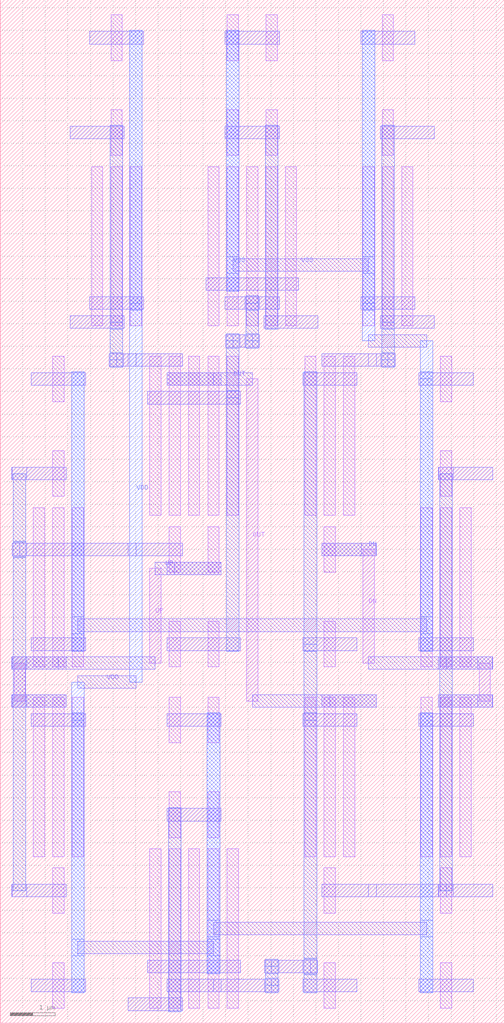
<source format=lef>
MACRO CP
  ORIGIN 0 0 ;
  FOREIGN CP 0 0 ;
  SIZE 11.18 BY 22.68 ;
  PIN VSS
    DIRECTION INOUT ;
    USE SIGNAL ;
    PORT 
      LAYER M3 ;
        RECT 1.58 8.24 1.86 14.44 ;
      LAYER M3 ;
        RECT 9.32 8.24 9.6 14.44 ;
      LAYER M3 ;
        RECT 8.03 15.8 8.31 22 ;
      LAYER M3 ;
        RECT 5.02 16.22 5.3 22 ;
      LAYER M3 ;
        RECT 1.58 8.635 1.86 9.005 ;
      LAYER M2 ;
        RECT 1.72 8.68 9.46 8.96 ;
      LAYER M3 ;
        RECT 9.32 8.635 9.6 9.005 ;
      LAYER M3 ;
        RECT 9.32 14.28 9.6 15.12 ;
      LAYER M2 ;
        RECT 8.17 14.98 9.46 15.26 ;
      LAYER M3 ;
        RECT 8.03 15.12 8.31 15.96 ;
      LAYER M3 ;
        RECT 8.03 16.615 8.31 16.985 ;
      LAYER M2 ;
        RECT 5.16 16.66 8.17 16.94 ;
      LAYER M3 ;
        RECT 5.02 16.615 5.3 16.985 ;
    END
  END VSS
  PIN VDD
    DIRECTION INOUT ;
    USE SIGNAL ;
    PORT 
      LAYER M3 ;
        RECT 1.58 0.68 1.86 6.88 ;
      LAYER M3 ;
        RECT 4.59 1.1 4.87 6.88 ;
      LAYER M3 ;
        RECT 9.32 0.68 9.6 6.88 ;
      LAYER M3 ;
        RECT 2.87 15.8 3.15 22 ;
      LAYER M3 ;
        RECT 1.58 1.495 1.86 1.865 ;
      LAYER M2 ;
        RECT 1.72 1.54 4.73 1.82 ;
      LAYER M3 ;
        RECT 4.59 1.495 4.87 1.865 ;
      LAYER M3 ;
        RECT 4.59 1.915 4.87 2.285 ;
      LAYER M2 ;
        RECT 4.73 1.96 9.46 2.24 ;
      LAYER M3 ;
        RECT 9.32 1.915 9.6 2.285 ;
      LAYER M3 ;
        RECT 1.58 6.72 1.86 7.56 ;
      LAYER M2 ;
        RECT 1.72 7.42 3.01 7.7 ;
      LAYER M3 ;
        RECT 2.87 7.56 3.15 15.96 ;
    END
  END VDD
  PIN UP
    DIRECTION INOUT ;
    USE SIGNAL ;
    PORT 
      LAYER M2 ;
        RECT 0.26 7 1.46 7.28 ;
      LAYER M2 ;
        RECT 0.26 7.84 1.46 8.12 ;
      LAYER M2 ;
        RECT 0.27 7 0.59 7.28 ;
      LAYER M1 ;
        RECT 0.305 7.14 0.555 7.98 ;
      LAYER M2 ;
        RECT 0.27 7.84 0.59 8.12 ;
      LAYER M2 ;
        RECT 3.7 9.94 4.9 10.22 ;
      LAYER M2 ;
        RECT 1.29 7.84 3.44 8.12 ;
      LAYER M1 ;
        RECT 3.315 7.98 3.565 10.08 ;
      LAYER M2 ;
        RECT 3.44 9.94 3.87 10.22 ;
    END
  END UP
  PIN DN
    DIRECTION INOUT ;
    USE SIGNAL ;
    PORT 
      LAYER M2 ;
        RECT 9.72 7 10.92 7.28 ;
      LAYER M2 ;
        RECT 9.72 7.84 10.92 8.12 ;
      LAYER M2 ;
        RECT 10.59 7 10.91 7.28 ;
      LAYER M1 ;
        RECT 10.625 7.14 10.875 7.98 ;
      LAYER M2 ;
        RECT 10.59 7.84 10.91 8.12 ;
      LAYER M2 ;
        RECT 7.14 10.36 8.34 10.64 ;
      LAYER M2 ;
        RECT 8.17 7.84 9.89 8.12 ;
      LAYER M1 ;
        RECT 8.045 7.98 8.295 10.5 ;
      LAYER M2 ;
        RECT 8.01 10.36 8.33 10.64 ;
    END
  END DN
  PIN OUT
    DIRECTION INOUT ;
    USE SIGNAL ;
    PORT 
      LAYER M2 ;
        RECT 7.14 7 8.34 7.28 ;
      LAYER M2 ;
        RECT 3.7 14.14 4.9 14.42 ;
      LAYER M2 ;
        RECT 5.59 7 7.31 7.28 ;
      LAYER M1 ;
        RECT 5.465 7.14 5.715 14.28 ;
      LAYER M2 ;
        RECT 4.73 14.14 5.59 14.42 ;
    END
  END OUT
  OBS 
  LAYER M3 ;
        RECT 5.88 15.38 6.16 19.9 ;
  LAYER M3 ;
        RECT 5.02 8.24 5.3 14.02 ;
  LAYER M2 ;
        RECT 4.99 15.82 6.19 16.1 ;
  LAYER M3 ;
        RECT 5.02 13.86 5.3 15.12 ;
  LAYER M2 ;
        RECT 5.16 14.98 5.59 15.26 ;
  LAYER M3 ;
        RECT 5.45 15.12 5.73 15.96 ;
  LAYER M2 ;
        RECT 5.43 15.82 5.75 16.1 ;
  LAYER M2 ;
        RECT 5 14.98 5.32 15.26 ;
  LAYER M3 ;
        RECT 5.02 14.96 5.3 15.28 ;
  LAYER M2 ;
        RECT 5.43 14.98 5.75 15.26 ;
  LAYER M3 ;
        RECT 5.45 14.96 5.73 15.28 ;
  LAYER M2 ;
        RECT 5.43 15.82 5.75 16.1 ;
  LAYER M3 ;
        RECT 5.45 15.8 5.73 16.12 ;
  LAYER M2 ;
        RECT 5 14.98 5.32 15.26 ;
  LAYER M3 ;
        RECT 5.02 14.96 5.3 15.28 ;
  LAYER M2 ;
        RECT 5.43 14.98 5.75 15.26 ;
  LAYER M3 ;
        RECT 5.45 14.96 5.73 15.28 ;
  LAYER M2 ;
        RECT 5.43 15.82 5.75 16.1 ;
  LAYER M3 ;
        RECT 5.45 15.8 5.73 16.12 ;
  LAYER M3 ;
        RECT 3.73 0.26 4.01 4.78 ;
  LAYER M2 ;
        RECT 3.7 0.7 4.9 0.98 ;
  LAYER M3 ;
        RECT 6.74 0.68 7.02 6.88 ;
  LAYER M3 ;
        RECT 6.74 8.24 7.02 14.44 ;
  LAYER M2 ;
        RECT 4.73 0.7 6.02 0.98 ;
  LAYER M3 ;
        RECT 5.88 0.84 6.16 1.26 ;
  LAYER M2 ;
        RECT 6.02 1.12 6.88 1.4 ;
  LAYER M3 ;
        RECT 6.74 1.075 7.02 1.445 ;
  LAYER M3 ;
        RECT 6.74 6.72 7.02 8.4 ;
  LAYER M2 ;
        RECT 5.86 0.7 6.18 0.98 ;
  LAYER M3 ;
        RECT 5.88 0.68 6.16 1 ;
  LAYER M2 ;
        RECT 5.86 1.12 6.18 1.4 ;
  LAYER M3 ;
        RECT 5.88 1.1 6.16 1.42 ;
  LAYER M2 ;
        RECT 6.72 1.12 7.04 1.4 ;
  LAYER M3 ;
        RECT 6.74 1.1 7.02 1.42 ;
  LAYER M2 ;
        RECT 5.86 0.7 6.18 0.98 ;
  LAYER M3 ;
        RECT 5.88 0.68 6.16 1 ;
  LAYER M2 ;
        RECT 5.86 1.12 6.18 1.4 ;
  LAYER M3 ;
        RECT 5.88 1.1 6.16 1.42 ;
  LAYER M2 ;
        RECT 6.72 1.12 7.04 1.4 ;
  LAYER M3 ;
        RECT 6.74 1.1 7.02 1.42 ;
  LAYER M2 ;
        RECT 5.86 0.7 6.18 0.98 ;
  LAYER M3 ;
        RECT 5.88 0.68 6.16 1 ;
  LAYER M2 ;
        RECT 5.86 1.12 6.18 1.4 ;
  LAYER M3 ;
        RECT 5.88 1.1 6.16 1.42 ;
  LAYER M2 ;
        RECT 6.72 1.12 7.04 1.4 ;
  LAYER M3 ;
        RECT 6.74 1.1 7.02 1.42 ;
  LAYER M2 ;
        RECT 5.86 0.7 6.18 0.98 ;
  LAYER M3 ;
        RECT 5.88 0.68 6.16 1 ;
  LAYER M2 ;
        RECT 5.86 1.12 6.18 1.4 ;
  LAYER M3 ;
        RECT 5.88 1.1 6.16 1.42 ;
  LAYER M2 ;
        RECT 6.72 1.12 7.04 1.4 ;
  LAYER M3 ;
        RECT 6.74 1.1 7.02 1.42 ;
  LAYER M2 ;
        RECT 0.26 2.8 1.46 3.08 ;
  LAYER M2 ;
        RECT 0.26 12.04 1.46 12.32 ;
  LAYER M2 ;
        RECT 0.27 2.8 0.59 3.08 ;
  LAYER M3 ;
        RECT 0.29 2.94 0.57 12.18 ;
  LAYER M2 ;
        RECT 0.27 12.04 0.59 12.32 ;
  LAYER M2 ;
        RECT 2.84 10.36 4.04 10.64 ;
  LAYER M3 ;
        RECT 0.29 10.315 0.57 10.685 ;
  LAYER M2 ;
        RECT 0.43 10.36 3.01 10.64 ;
  LAYER M2 ;
        RECT 0.27 10.36 0.59 10.64 ;
  LAYER M3 ;
        RECT 0.29 10.34 0.57 10.66 ;
  LAYER M2 ;
        RECT 0.27 10.36 0.59 10.64 ;
  LAYER M3 ;
        RECT 0.29 10.34 0.57 10.66 ;
  LAYER M2 ;
        RECT 7.14 2.8 8.34 3.08 ;
  LAYER M2 ;
        RECT 9.72 2.8 10.92 3.08 ;
  LAYER M2 ;
        RECT 9.72 12.04 10.92 12.32 ;
  LAYER M2 ;
        RECT 9.73 2.8 10.05 3.08 ;
  LAYER M3 ;
        RECT 9.75 2.94 10.03 12.18 ;
  LAYER M2 ;
        RECT 9.73 12.04 10.05 12.32 ;
  LAYER M2 ;
        RECT 8.17 2.8 9.89 3.08 ;
  LAYER M2 ;
        RECT 2.84 14.56 4.04 14.84 ;
  LAYER M3 ;
        RECT 2.44 15.38 2.72 19.9 ;
  LAYER M2 ;
        RECT 2.58 14.56 3.01 14.84 ;
  LAYER M3 ;
        RECT 2.44 14.7 2.72 15.54 ;
  LAYER M2 ;
        RECT 2.42 14.56 2.74 14.84 ;
  LAYER M3 ;
        RECT 2.44 14.54 2.72 14.86 ;
  LAYER M2 ;
        RECT 2.42 14.56 2.74 14.84 ;
  LAYER M3 ;
        RECT 2.44 14.54 2.72 14.86 ;
  LAYER M2 ;
        RECT 7.14 14.56 8.34 14.84 ;
  LAYER M3 ;
        RECT 8.46 15.38 8.74 19.9 ;
  LAYER M2 ;
        RECT 8.17 14.56 8.6 14.84 ;
  LAYER M3 ;
        RECT 8.46 14.7 8.74 15.54 ;
  LAYER M2 ;
        RECT 8.44 14.56 8.76 14.84 ;
  LAYER M3 ;
        RECT 8.46 14.54 8.74 14.86 ;
  LAYER M2 ;
        RECT 8.44 14.56 8.76 14.84 ;
  LAYER M3 ;
        RECT 8.46 14.54 8.74 14.86 ;
  LAYER M1 ;
        RECT 5.895 15.455 6.145 18.985 ;
  LAYER M1 ;
        RECT 5.895 19.235 6.145 20.245 ;
  LAYER M1 ;
        RECT 5.895 21.335 6.145 22.345 ;
  LAYER M1 ;
        RECT 6.325 15.455 6.575 18.985 ;
  LAYER M1 ;
        RECT 5.465 15.455 5.715 18.985 ;
  LAYER M1 ;
        RECT 5.035 15.455 5.285 18.985 ;
  LAYER M1 ;
        RECT 5.035 19.235 5.285 20.245 ;
  LAYER M1 ;
        RECT 5.035 21.335 5.285 22.345 ;
  LAYER M1 ;
        RECT 4.605 15.455 4.855 18.985 ;
  LAYER M2 ;
        RECT 5.85 15.4 7.05 15.68 ;
  LAYER M2 ;
        RECT 4.99 19.6 6.19 19.88 ;
  LAYER M2 ;
        RECT 4.99 21.7 6.19 21.98 ;
  LAYER M2 ;
        RECT 4.56 16.24 6.62 16.52 ;
  LAYER M3 ;
        RECT 5.88 15.38 6.16 19.9 ;
  LAYER M2 ;
        RECT 4.99 15.82 6.19 16.1 ;
  LAYER M3 ;
        RECT 5.02 16.22 5.3 22 ;
  LAYER M1 ;
        RECT 3.745 0.335 3.995 3.865 ;
  LAYER M1 ;
        RECT 3.745 4.115 3.995 5.125 ;
  LAYER M1 ;
        RECT 3.745 6.215 3.995 7.225 ;
  LAYER M1 ;
        RECT 3.315 0.335 3.565 3.865 ;
  LAYER M1 ;
        RECT 4.175 0.335 4.425 3.865 ;
  LAYER M1 ;
        RECT 4.605 0.335 4.855 3.865 ;
  LAYER M1 ;
        RECT 4.605 4.115 4.855 5.125 ;
  LAYER M1 ;
        RECT 4.605 6.215 4.855 7.225 ;
  LAYER M1 ;
        RECT 5.035 0.335 5.285 3.865 ;
  LAYER M2 ;
        RECT 2.84 0.28 4.04 0.56 ;
  LAYER M2 ;
        RECT 3.7 4.48 4.9 4.76 ;
  LAYER M2 ;
        RECT 3.7 6.58 4.9 6.86 ;
  LAYER M2 ;
        RECT 3.27 1.12 5.33 1.4 ;
  LAYER M3 ;
        RECT 3.73 0.26 4.01 4.78 ;
  LAYER M2 ;
        RECT 3.7 0.7 4.9 0.98 ;
  LAYER M3 ;
        RECT 4.59 1.1 4.87 6.88 ;
  LAYER M1 ;
        RECT 1.165 7.895 1.415 11.425 ;
  LAYER M1 ;
        RECT 1.165 11.675 1.415 12.685 ;
  LAYER M1 ;
        RECT 1.165 13.775 1.415 14.785 ;
  LAYER M1 ;
        RECT 0.735 7.895 0.985 11.425 ;
  LAYER M1 ;
        RECT 1.595 7.895 1.845 11.425 ;
  LAYER M2 ;
        RECT 0.69 8.26 1.89 8.54 ;
  LAYER M2 ;
        RECT 0.69 14.14 1.89 14.42 ;
  LAYER M2 ;
        RECT 0.26 7.84 1.46 8.12 ;
  LAYER M2 ;
        RECT 0.26 12.04 1.46 12.32 ;
  LAYER M3 ;
        RECT 1.58 8.24 1.86 14.44 ;
  LAYER M1 ;
        RECT 1.165 3.695 1.415 7.225 ;
  LAYER M1 ;
        RECT 1.165 2.435 1.415 3.445 ;
  LAYER M1 ;
        RECT 1.165 0.335 1.415 1.345 ;
  LAYER M1 ;
        RECT 0.735 3.695 0.985 7.225 ;
  LAYER M1 ;
        RECT 1.595 3.695 1.845 7.225 ;
  LAYER M2 ;
        RECT 0.69 6.58 1.89 6.86 ;
  LAYER M2 ;
        RECT 0.69 0.7 1.89 0.98 ;
  LAYER M2 ;
        RECT 0.26 7 1.46 7.28 ;
  LAYER M2 ;
        RECT 0.26 2.8 1.46 3.08 ;
  LAYER M3 ;
        RECT 1.58 0.68 1.86 6.88 ;
  LAYER M1 ;
        RECT 9.765 7.895 10.015 11.425 ;
  LAYER M1 ;
        RECT 9.765 11.675 10.015 12.685 ;
  LAYER M1 ;
        RECT 9.765 13.775 10.015 14.785 ;
  LAYER M1 ;
        RECT 10.195 7.895 10.445 11.425 ;
  LAYER M1 ;
        RECT 9.335 7.895 9.585 11.425 ;
  LAYER M2 ;
        RECT 9.29 8.26 10.49 8.54 ;
  LAYER M2 ;
        RECT 9.29 14.14 10.49 14.42 ;
  LAYER M2 ;
        RECT 9.72 7.84 10.92 8.12 ;
  LAYER M2 ;
        RECT 9.72 12.04 10.92 12.32 ;
  LAYER M3 ;
        RECT 9.32 8.24 9.6 14.44 ;
  LAYER M1 ;
        RECT 9.765 3.695 10.015 7.225 ;
  LAYER M1 ;
        RECT 9.765 2.435 10.015 3.445 ;
  LAYER M1 ;
        RECT 9.765 0.335 10.015 1.345 ;
  LAYER M1 ;
        RECT 10.195 3.695 10.445 7.225 ;
  LAYER M1 ;
        RECT 9.335 3.695 9.585 7.225 ;
  LAYER M2 ;
        RECT 9.29 6.58 10.49 6.86 ;
  LAYER M2 ;
        RECT 9.29 0.7 10.49 0.98 ;
  LAYER M2 ;
        RECT 9.72 7 10.92 7.28 ;
  LAYER M2 ;
        RECT 9.72 2.8 10.92 3.08 ;
  LAYER M3 ;
        RECT 9.32 0.68 9.6 6.88 ;
  LAYER M1 ;
        RECT 3.745 11.255 3.995 14.785 ;
  LAYER M1 ;
        RECT 3.745 9.995 3.995 11.005 ;
  LAYER M1 ;
        RECT 3.745 7.895 3.995 8.905 ;
  LAYER M1 ;
        RECT 3.315 11.255 3.565 14.785 ;
  LAYER M1 ;
        RECT 4.175 11.255 4.425 14.785 ;
  LAYER M1 ;
        RECT 4.605 11.255 4.855 14.785 ;
  LAYER M1 ;
        RECT 4.605 9.995 4.855 11.005 ;
  LAYER M1 ;
        RECT 4.605 7.895 4.855 8.905 ;
  LAYER M1 ;
        RECT 5.035 11.255 5.285 14.785 ;
  LAYER M2 ;
        RECT 3.7 8.26 5.33 8.54 ;
  LAYER M2 ;
        RECT 3.27 13.72 5.33 14 ;
  LAYER M2 ;
        RECT 2.84 14.56 4.04 14.84 ;
  LAYER M2 ;
        RECT 3.7 14.14 4.9 14.42 ;
  LAYER M2 ;
        RECT 2.84 10.36 4.04 10.64 ;
  LAYER M2 ;
        RECT 3.7 9.94 4.9 10.22 ;
  LAYER M3 ;
        RECT 5.02 8.24 5.3 14.02 ;
  LAYER M1 ;
        RECT 8.475 15.455 8.725 18.985 ;
  LAYER M1 ;
        RECT 8.475 19.235 8.725 20.245 ;
  LAYER M1 ;
        RECT 8.475 21.335 8.725 22.345 ;
  LAYER M1 ;
        RECT 8.905 15.455 9.155 18.985 ;
  LAYER M1 ;
        RECT 8.045 15.455 8.295 18.985 ;
  LAYER M2 ;
        RECT 8.43 15.4 9.63 15.68 ;
  LAYER M2 ;
        RECT 8.43 19.6 9.63 19.88 ;
  LAYER M2 ;
        RECT 8 15.82 9.2 16.1 ;
  LAYER M2 ;
        RECT 8 21.7 9.2 21.98 ;
  LAYER M3 ;
        RECT 8.46 15.38 8.74 19.9 ;
  LAYER M3 ;
        RECT 8.03 15.8 8.31 22 ;
  LAYER M1 ;
        RECT 2.455 15.455 2.705 18.985 ;
  LAYER M1 ;
        RECT 2.455 19.235 2.705 20.245 ;
  LAYER M1 ;
        RECT 2.455 21.335 2.705 22.345 ;
  LAYER M1 ;
        RECT 2.025 15.455 2.275 18.985 ;
  LAYER M1 ;
        RECT 2.885 15.455 3.135 18.985 ;
  LAYER M2 ;
        RECT 1.55 15.4 2.75 15.68 ;
  LAYER M2 ;
        RECT 1.55 19.6 2.75 19.88 ;
  LAYER M2 ;
        RECT 1.98 15.82 3.18 16.1 ;
  LAYER M2 ;
        RECT 1.98 21.7 3.18 21.98 ;
  LAYER M3 ;
        RECT 2.44 15.38 2.72 19.9 ;
  LAYER M3 ;
        RECT 2.87 15.8 3.15 22 ;
  LAYER M1 ;
        RECT 7.185 3.695 7.435 7.225 ;
  LAYER M1 ;
        RECT 7.185 2.435 7.435 3.445 ;
  LAYER M1 ;
        RECT 7.185 0.335 7.435 1.345 ;
  LAYER M1 ;
        RECT 7.615 3.695 7.865 7.225 ;
  LAYER M1 ;
        RECT 6.755 3.695 7.005 7.225 ;
  LAYER M2 ;
        RECT 6.71 6.58 7.91 6.86 ;
  LAYER M2 ;
        RECT 6.71 0.7 7.91 0.98 ;
  LAYER M2 ;
        RECT 7.14 7 8.34 7.28 ;
  LAYER M2 ;
        RECT 7.14 2.8 8.34 3.08 ;
  LAYER M3 ;
        RECT 6.74 0.68 7.02 6.88 ;
  LAYER M1 ;
        RECT 7.185 11.255 7.435 14.785 ;
  LAYER M1 ;
        RECT 7.185 9.995 7.435 11.005 ;
  LAYER M1 ;
        RECT 7.185 7.895 7.435 8.905 ;
  LAYER M1 ;
        RECT 7.615 11.255 7.865 14.785 ;
  LAYER M1 ;
        RECT 6.755 11.255 7.005 14.785 ;
  LAYER M2 ;
        RECT 6.71 14.14 7.91 14.42 ;
  LAYER M2 ;
        RECT 6.71 8.26 7.91 8.54 ;
  LAYER M2 ;
        RECT 7.14 14.56 8.34 14.84 ;
  LAYER M2 ;
        RECT 7.14 10.36 8.34 10.64 ;
  LAYER M3 ;
        RECT 6.74 8.24 7.02 14.44 ;
  END 
END CP

</source>
